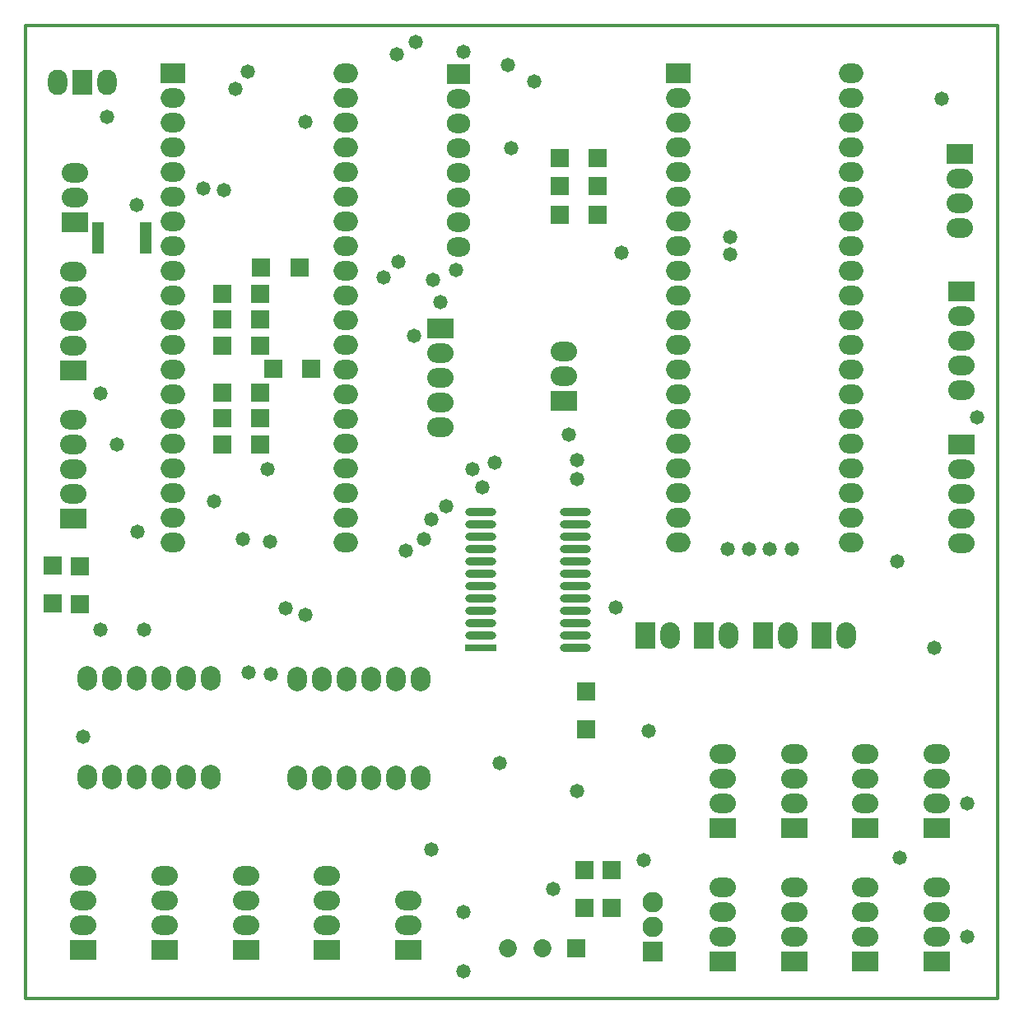
<source format=gbs>
G04*
G04 #@! TF.GenerationSoftware,Altium Limited,Altium Designer,21.6.4 (81)*
G04*
G04 Layer_Color=16711935*
%FSLAX25Y25*%
%MOIN*%
G70*
G04*
G04 #@! TF.SameCoordinates,CA042318-3998-41E2-BA40-933A6302EA5A*
G04*
G04*
G04 #@! TF.FilePolarity,Negative*
G04*
G01*
G75*
%ADD12C,0.01181*%
%ADD22R,0.07296X0.07690*%
%ADD23R,0.07690X0.07296*%
%ADD25C,0.07296*%
%ADD26R,0.07296X0.07296*%
%ADD27O,0.10642X0.07887*%
%ADD28R,0.10642X0.07887*%
%ADD29O,0.09855X0.07887*%
%ADD30R,0.09855X0.07887*%
%ADD31O,0.07887X0.09855*%
%ADD32R,0.07887X0.10642*%
%ADD33O,0.07887X0.10642*%
%ADD34O,0.07887X0.10249*%
%ADD35R,0.07887X0.10249*%
%ADD36O,0.09461X0.07887*%
%ADD37R,0.09461X0.07887*%
%ADD38R,0.08359X0.08359*%
%ADD39C,0.08359*%
%ADD40C,0.05800*%
%ADD70R,0.04934X0.12611*%
%ADD71O,0.12611X0.03162*%
%ADD72R,0.12611X0.03162*%
D12*
X196851Y-196851D02*
Y196850D01*
X-196850Y196851D02*
X196851D01*
X-196850Y-196852D02*
X196851D01*
X-196850D02*
Y196849D01*
D22*
X34677Y143500D02*
D03*
X19323D02*
D03*
X34677Y132000D02*
D03*
X19323D02*
D03*
X34677Y120500D02*
D03*
X19323D02*
D03*
X-86146Y99000D02*
D03*
X-101500D02*
D03*
X-117177Y27500D02*
D03*
X-101823D02*
D03*
X-117177Y38000D02*
D03*
X-101823D02*
D03*
X-117177Y48500D02*
D03*
X-101823D02*
D03*
X-117177Y88500D02*
D03*
X-101823D02*
D03*
X-81323Y58000D02*
D03*
X-96677D02*
D03*
X-117177Y67500D02*
D03*
X-101823D02*
D03*
X-117177Y78000D02*
D03*
X-101823D02*
D03*
D23*
X30000Y-87854D02*
D03*
Y-72500D02*
D03*
X29500Y-160177D02*
D03*
Y-144823D02*
D03*
X40500Y-160177D02*
D03*
Y-144823D02*
D03*
X-186000Y-21646D02*
D03*
Y-37000D02*
D03*
X-175000Y-21823D02*
D03*
Y-37177D02*
D03*
D25*
X-1559Y-176500D02*
D03*
X12220D02*
D03*
D26*
X26000D02*
D03*
D27*
X-107750Y-167165D02*
D03*
Y-157165D02*
D03*
Y-147165D02*
D03*
X-42000Y-157165D02*
D03*
Y-167165D02*
D03*
X-74875Y-147165D02*
D03*
Y-157165D02*
D03*
Y-167165D02*
D03*
X-140625Y-147165D02*
D03*
Y-157165D02*
D03*
Y-167165D02*
D03*
X-173500Y-147165D02*
D03*
Y-157165D02*
D03*
Y-167165D02*
D03*
X85429Y-152000D02*
D03*
Y-162000D02*
D03*
Y-172000D02*
D03*
Y-98000D02*
D03*
Y-108000D02*
D03*
Y-118000D02*
D03*
X-177001Y137500D02*
D03*
Y127500D02*
D03*
X-177500Y97250D02*
D03*
Y87250D02*
D03*
Y77250D02*
D03*
Y67250D02*
D03*
Y37500D02*
D03*
Y27500D02*
D03*
Y17500D02*
D03*
Y7500D02*
D03*
X181500Y115000D02*
D03*
Y125000D02*
D03*
Y135000D02*
D03*
X182000Y49500D02*
D03*
Y59500D02*
D03*
Y69500D02*
D03*
Y79500D02*
D03*
X181999Y-12500D02*
D03*
Y-2500D02*
D03*
Y7500D02*
D03*
Y17500D02*
D03*
X-29000Y34500D02*
D03*
Y44500D02*
D03*
Y54500D02*
D03*
Y64500D02*
D03*
X21000Y65000D02*
D03*
Y55000D02*
D03*
X172043Y-98000D02*
D03*
Y-108000D02*
D03*
Y-118000D02*
D03*
Y-152000D02*
D03*
Y-162000D02*
D03*
Y-172000D02*
D03*
X114301Y-152000D02*
D03*
Y-162000D02*
D03*
Y-172000D02*
D03*
X143172Y-152000D02*
D03*
Y-162000D02*
D03*
Y-172000D02*
D03*
Y-98000D02*
D03*
Y-108000D02*
D03*
Y-118000D02*
D03*
X114301Y-98000D02*
D03*
Y-108000D02*
D03*
Y-118000D02*
D03*
D28*
X-107750Y-177165D02*
D03*
X-42000D02*
D03*
X-74875D02*
D03*
X-140625D02*
D03*
X-173500D02*
D03*
X85429Y-182000D02*
D03*
Y-128000D02*
D03*
X-177001Y117500D02*
D03*
X-177500Y57250D02*
D03*
Y-2500D02*
D03*
X181500Y145000D02*
D03*
X182000Y89500D02*
D03*
X181999Y27500D02*
D03*
X-29000Y74500D02*
D03*
X21000Y45000D02*
D03*
X172043Y-128000D02*
D03*
Y-182000D02*
D03*
X114301D02*
D03*
X143172D02*
D03*
Y-128000D02*
D03*
X114301D02*
D03*
D29*
X67362Y167677D02*
D03*
Y157677D02*
D03*
Y147677D02*
D03*
Y137677D02*
D03*
Y127677D02*
D03*
Y117677D02*
D03*
Y107677D02*
D03*
Y97677D02*
D03*
Y87677D02*
D03*
Y77677D02*
D03*
Y67677D02*
D03*
Y57677D02*
D03*
Y47677D02*
D03*
Y37677D02*
D03*
Y27677D02*
D03*
Y17677D02*
D03*
Y7677D02*
D03*
Y-2323D02*
D03*
X137362Y167677D02*
D03*
Y157677D02*
D03*
Y147677D02*
D03*
Y137677D02*
D03*
Y127677D02*
D03*
Y117677D02*
D03*
Y107677D02*
D03*
Y97677D02*
D03*
Y87677D02*
D03*
Y77677D02*
D03*
Y67677D02*
D03*
Y57677D02*
D03*
Y47677D02*
D03*
Y37677D02*
D03*
Y27677D02*
D03*
Y17677D02*
D03*
Y7677D02*
D03*
Y-2323D02*
D03*
Y177677D02*
D03*
Y-12323D02*
D03*
X67362D02*
D03*
X-137362D02*
D03*
X-67362D02*
D03*
Y177677D02*
D03*
Y-2323D02*
D03*
Y7677D02*
D03*
Y17677D02*
D03*
Y27677D02*
D03*
Y37677D02*
D03*
Y47677D02*
D03*
Y57677D02*
D03*
Y67677D02*
D03*
Y77677D02*
D03*
Y87677D02*
D03*
Y97677D02*
D03*
Y107677D02*
D03*
Y117677D02*
D03*
Y127677D02*
D03*
Y137677D02*
D03*
Y147677D02*
D03*
Y157677D02*
D03*
Y167677D02*
D03*
X-137362Y-2323D02*
D03*
Y7677D02*
D03*
Y17677D02*
D03*
Y27677D02*
D03*
Y37677D02*
D03*
Y47677D02*
D03*
Y57677D02*
D03*
Y67677D02*
D03*
Y77677D02*
D03*
Y87677D02*
D03*
Y97677D02*
D03*
Y107677D02*
D03*
Y117677D02*
D03*
Y127677D02*
D03*
Y137677D02*
D03*
Y147677D02*
D03*
Y157677D02*
D03*
Y167677D02*
D03*
D30*
X67362Y177677D02*
D03*
X-137362D02*
D03*
D31*
X-87000Y-107500D02*
D03*
X-77000D02*
D03*
X-67000D02*
D03*
X-57000D02*
D03*
X-47000D02*
D03*
X-37000D02*
D03*
X-87000Y-67500D02*
D03*
X-77000D02*
D03*
X-67000D02*
D03*
X-57000D02*
D03*
X-47000D02*
D03*
X-37000D02*
D03*
X-122000Y-67402D02*
D03*
X-132000D02*
D03*
X-142000D02*
D03*
X-152000D02*
D03*
X-162000D02*
D03*
X-172000D02*
D03*
X-122000Y-107402D02*
D03*
X-132000D02*
D03*
X-142000D02*
D03*
X-152000D02*
D03*
X-162000D02*
D03*
X-172000D02*
D03*
D32*
X77833Y-50000D02*
D03*
X54000D02*
D03*
X125500D02*
D03*
X101667D02*
D03*
D33*
X87833D02*
D03*
X64000D02*
D03*
X135500D02*
D03*
X111667D02*
D03*
D34*
X-164000Y174000D02*
D03*
X-184000D02*
D03*
D35*
X-174000D02*
D03*
D36*
X-21500Y117500D02*
D03*
Y107500D02*
D03*
Y127500D02*
D03*
Y137500D02*
D03*
Y147500D02*
D03*
Y157500D02*
D03*
Y167500D02*
D03*
D37*
Y177500D02*
D03*
D38*
X57000Y-178000D02*
D03*
D39*
Y-168000D02*
D03*
Y-158000D02*
D03*
D40*
X-39000Y190500D02*
D03*
X26500Y-113000D02*
D03*
X-29000Y85000D02*
D03*
X113500Y-15000D02*
D03*
X16698Y-152500D02*
D03*
X-1500Y181169D02*
D03*
X156000Y-20000D02*
D03*
X-22500Y98000D02*
D03*
X23000Y31500D02*
D03*
X44500Y105000D02*
D03*
X-16000Y17500D02*
D03*
X55500Y-88500D02*
D03*
X-5000Y-101500D02*
D03*
X171000Y-55000D02*
D03*
X-120500Y4500D02*
D03*
X88500Y104500D02*
D03*
Y111500D02*
D03*
X-83500Y158000D02*
D03*
X-166500Y48000D02*
D03*
X-19500Y186500D02*
D03*
X-46500Y185500D02*
D03*
X-32000Y94000D02*
D03*
X-52000Y95000D02*
D03*
X-46000Y101500D02*
D03*
X-7000Y20000D02*
D03*
X-35500Y-11000D02*
D03*
X-32500Y-3000D02*
D03*
X-43000Y-15500D02*
D03*
X-98000Y-12000D02*
D03*
X-83500Y-41500D02*
D03*
X-109000Y-11000D02*
D03*
X-97500Y-65500D02*
D03*
X-106500Y-65000D02*
D03*
X-99000Y17500D02*
D03*
X-112000Y171500D02*
D03*
X-107000Y178500D02*
D03*
X-164000Y160000D02*
D03*
X-173500Y-91000D02*
D03*
X53500Y-141000D02*
D03*
X-116500Y130500D02*
D03*
X-39500Y71500D02*
D03*
X-11847Y10000D02*
D03*
X188500Y38500D02*
D03*
X-152000Y124500D02*
D03*
X-26500Y2500D02*
D03*
X-151500Y-8000D02*
D03*
X-160000Y27500D02*
D03*
X-91500Y-39000D02*
D03*
X-32500Y-136500D02*
D03*
X-125000Y131000D02*
D03*
X26500Y21000D02*
D03*
Y13500D02*
D03*
X9000Y174500D02*
D03*
X174000Y167500D02*
D03*
X-19500Y-186000D02*
D03*
Y-162000D02*
D03*
X-166500Y-47500D02*
D03*
X184500Y-172000D02*
D03*
Y-118000D02*
D03*
X87500Y-15000D02*
D03*
X104500D02*
D03*
X96000D02*
D03*
X-213Y147287D02*
D03*
X157000Y-140000D02*
D03*
X42000Y-38500D02*
D03*
X-149000Y-47500D02*
D03*
D70*
X-167719Y111000D02*
D03*
X-148282D02*
D03*
D71*
X-12791Y-45000D02*
D03*
Y-0D02*
D03*
Y-5000D02*
D03*
Y-10000D02*
D03*
Y-15000D02*
D03*
Y-20000D02*
D03*
Y-25000D02*
D03*
Y-30000D02*
D03*
Y-35000D02*
D03*
Y-40000D02*
D03*
Y-50000D02*
D03*
X25791Y-0D02*
D03*
X25791Y-5000D02*
D03*
X25791Y-10000D02*
D03*
Y-15000D02*
D03*
Y-20000D02*
D03*
Y-25000D02*
D03*
Y-30000D02*
D03*
Y-35000D02*
D03*
Y-40000D02*
D03*
Y-45000D02*
D03*
Y-50000D02*
D03*
Y-55000D02*
D03*
D72*
X-12791Y-55000D02*
D03*
M02*

</source>
